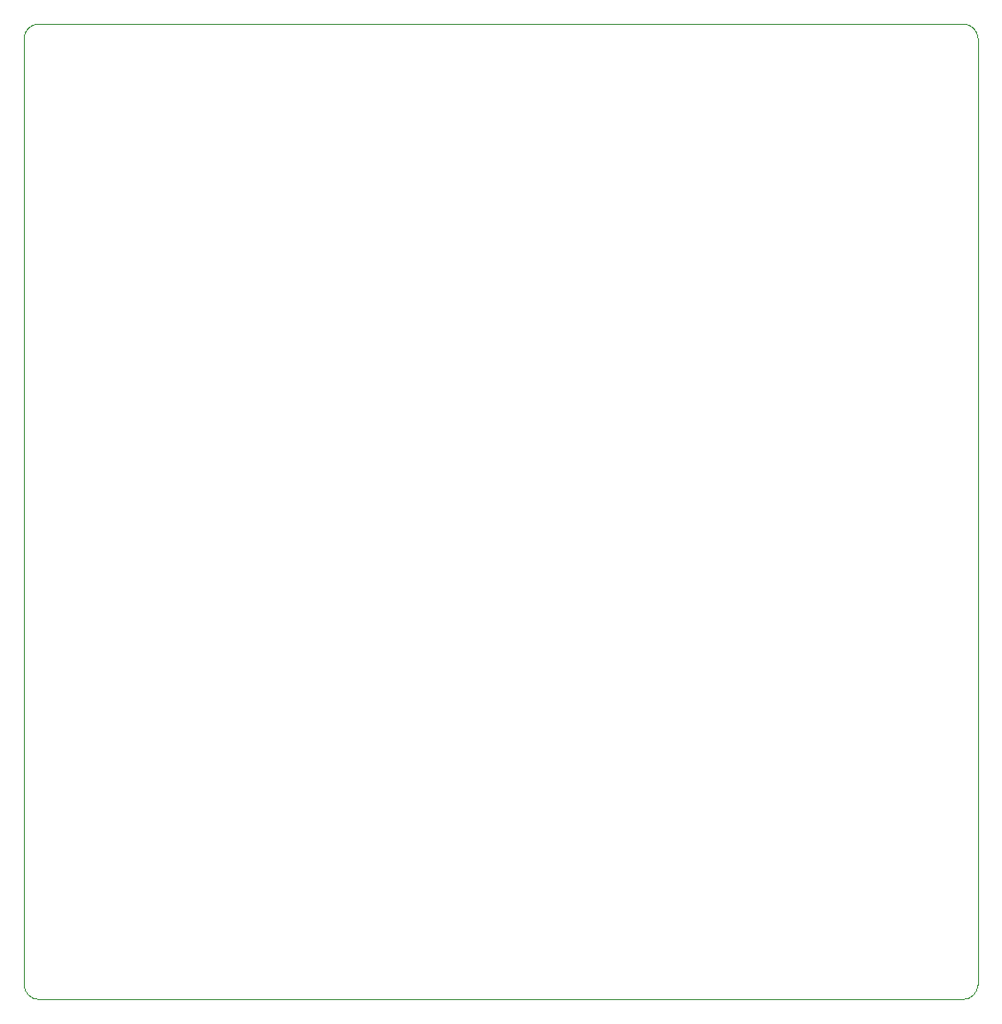
<source format=gbr>
G04 #@! TF.GenerationSoftware,KiCad,Pcbnew,(5.1.8)-1*
G04 #@! TF.CreationDate,2023-07-12T22:57:59+03:00*
G04 #@! TF.ProjectId,RAM,52414d2e-6b69-4636-9164-5f7063625858,rev?*
G04 #@! TF.SameCoordinates,PX9b0780PY9b0780*
G04 #@! TF.FileFunction,Profile,NP*
%FSLAX46Y46*%
G04 Gerber Fmt 4.6, Leading zero omitted, Abs format (unit mm)*
G04 Created by KiCad (PCBNEW (5.1.8)-1) date 2023-07-12 22:57:59*
%MOMM*%
%LPD*%
G01*
G04 APERTURE LIST*
G04 #@! TA.AperFunction,Profile*
%ADD10C,0.050000*%
G04 #@! TD*
G04 APERTURE END LIST*
D10*
X0Y-1270000D02*
G75*
G02*
X1270000Y0I1270000J0D01*
G01*
X1270000Y-86360000D02*
G75*
G02*
X0Y-85090000I0J1270000D01*
G01*
X84455000Y-85090000D02*
G75*
G02*
X83185000Y-86360000I-1270000J0D01*
G01*
X83185000Y0D02*
G75*
G02*
X84455000Y-1270000I0J-1270000D01*
G01*
X0Y-1270000D02*
X0Y-85090000D01*
X83185000Y0D02*
X1270000Y0D01*
X84455000Y-85090000D02*
X84455000Y-1270000D01*
X1270000Y-86360000D02*
X83185000Y-86360000D01*
M02*

</source>
